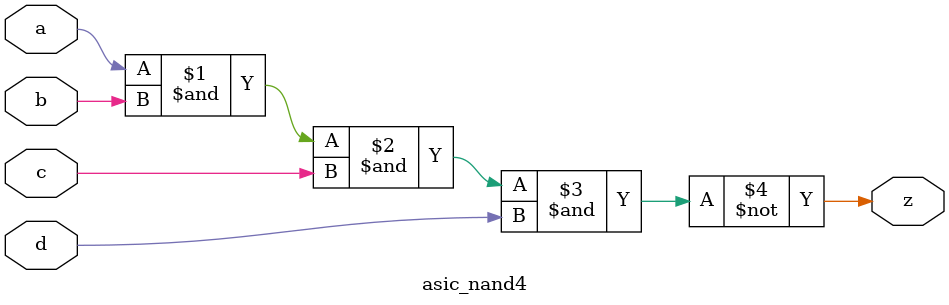
<source format=v>

module asic_nand4 #(parameter PROP = "DEFAULT")   (
    input  a,
    input  b,
    input  c,
    input  d,
    output z
    );

   assign z = ~(a & b & c & d);

endmodule

</source>
